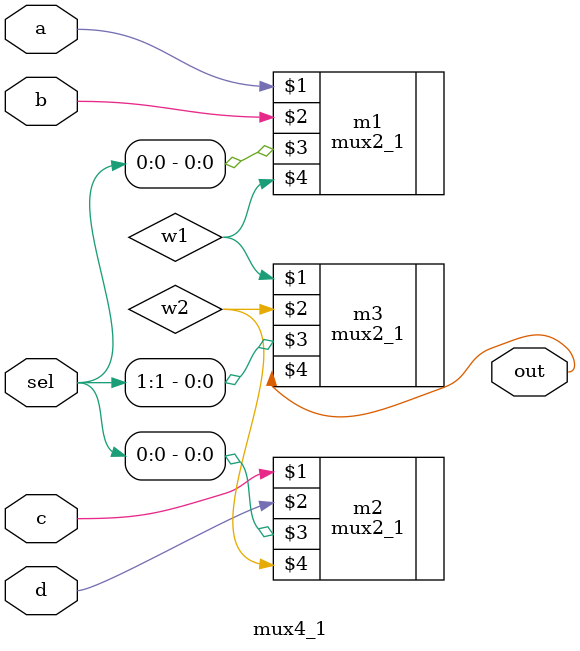
<source format=v>
`timescale 1ns / 1ps


module mux4_1(a, b, c, d, sel, out);
    input a, b, c, d;
    input [1:0] sel;
    output out;
   
    mux2_1 m1(a, b, sel[0], w1);
    mux2_1 m2(c, d, sel[0], w2);
    
    mux2_1 m3(w1, w2, sel[1], out);
   
endmodule
</source>
